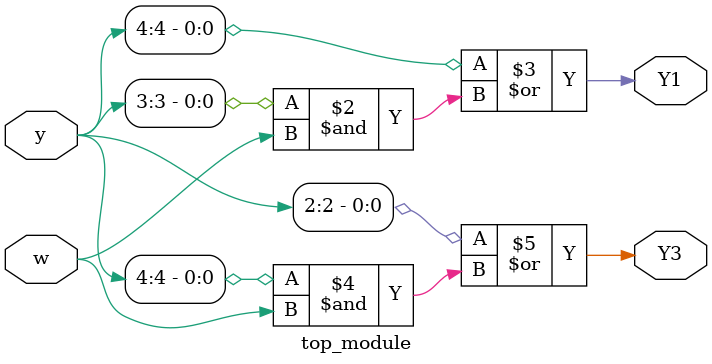
<source format=sv>
module top_module (
	input [5:0] y,
	input w,
	output Y1,
	output Y3
);

reg Y1;
reg Y3;

always @* begin
	Y1 = y[4] | y[3] & w;
	Y3 = y[2] | y[4] & w;
end

endmodule

</source>
